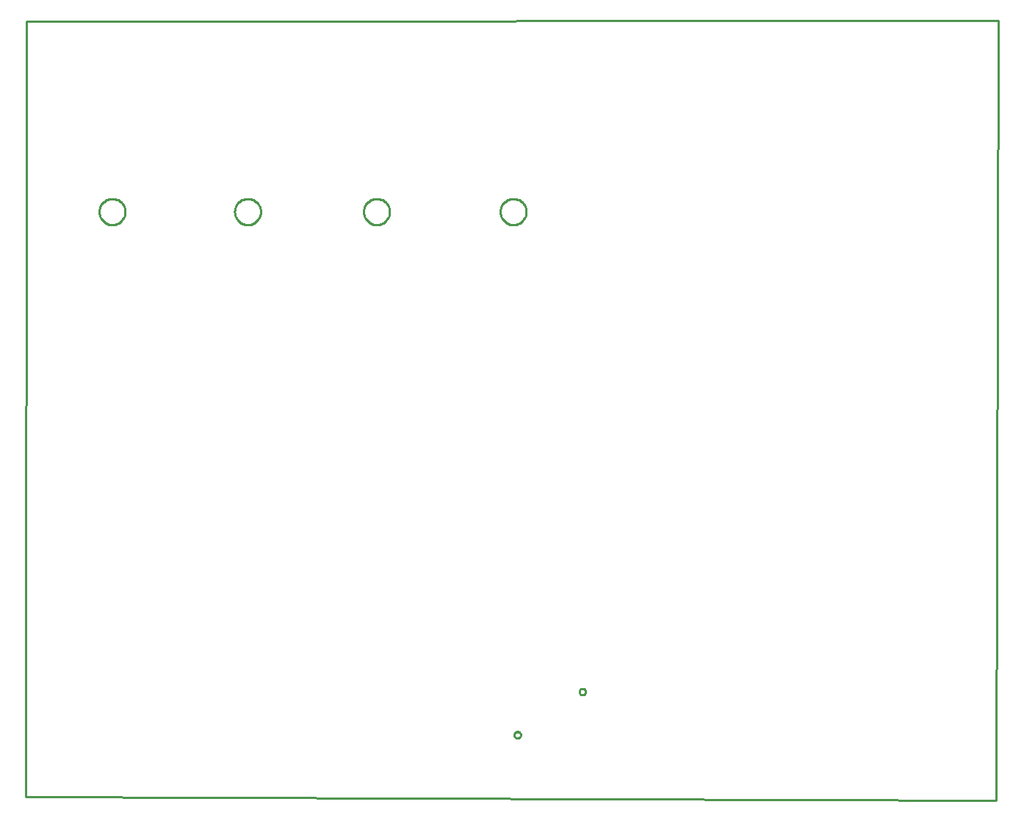
<source format=gbr>
G04 EAGLE Gerber RS-274X export*
G75*
%MOMM*%
%FSLAX34Y34*%
%LPD*%
%IN*%
%IPPOS*%
%AMOC8*
5,1,8,0,0,1.08239X$1,22.5*%
G01*
%ADD10C,0.254000*%


D10*
X1270Y-1270D02*
X1120140Y-5080D01*
X1122680Y894080D01*
X2540Y892810D01*
X1270Y-1270D01*
X562914Y658540D02*
X561846Y658616D01*
X560785Y658769D01*
X559738Y658997D01*
X558710Y659299D01*
X557706Y659673D01*
X556731Y660118D01*
X555791Y660632D01*
X554890Y661211D01*
X554032Y661853D01*
X553222Y662555D01*
X552465Y663312D01*
X551763Y664122D01*
X551121Y664980D01*
X550542Y665881D01*
X550028Y666821D01*
X549583Y667796D01*
X549209Y668800D01*
X548907Y669828D01*
X548679Y670875D01*
X548526Y671936D01*
X548450Y673004D01*
X548450Y674076D01*
X548526Y675144D01*
X548679Y676205D01*
X548907Y677252D01*
X549209Y678280D01*
X549583Y679284D01*
X550028Y680259D01*
X550542Y681199D01*
X551121Y682100D01*
X551763Y682958D01*
X552465Y683768D01*
X553222Y684525D01*
X554032Y685227D01*
X554890Y685869D01*
X555791Y686448D01*
X556731Y686962D01*
X557706Y687407D01*
X558710Y687781D01*
X559738Y688083D01*
X560785Y688311D01*
X561846Y688464D01*
X562914Y688540D01*
X563986Y688540D01*
X565054Y688464D01*
X566115Y688311D01*
X567162Y688083D01*
X568190Y687781D01*
X569194Y687407D01*
X570169Y686962D01*
X571109Y686448D01*
X572010Y685869D01*
X572868Y685227D01*
X573678Y684525D01*
X574435Y683768D01*
X575137Y682958D01*
X575779Y682100D01*
X576358Y681199D01*
X576872Y680259D01*
X577317Y679284D01*
X577691Y678280D01*
X577993Y677252D01*
X578221Y676205D01*
X578374Y675144D01*
X578450Y674076D01*
X578450Y673004D01*
X578374Y671936D01*
X578221Y670875D01*
X577993Y669828D01*
X577691Y668800D01*
X577317Y667796D01*
X576872Y666821D01*
X576358Y665881D01*
X575779Y664980D01*
X575137Y664122D01*
X574435Y663312D01*
X573678Y662555D01*
X572868Y661853D01*
X572010Y661211D01*
X571109Y660632D01*
X570169Y660118D01*
X569194Y659673D01*
X568190Y659299D01*
X567162Y658997D01*
X566115Y658769D01*
X565054Y658616D01*
X563986Y658540D01*
X562914Y658540D01*
X100634Y658540D02*
X99566Y658616D01*
X98505Y658769D01*
X97458Y658997D01*
X96430Y659299D01*
X95426Y659673D01*
X94451Y660118D01*
X93511Y660632D01*
X92610Y661211D01*
X91752Y661853D01*
X90942Y662555D01*
X90185Y663312D01*
X89483Y664122D01*
X88841Y664980D01*
X88262Y665881D01*
X87748Y666821D01*
X87303Y667796D01*
X86929Y668800D01*
X86627Y669828D01*
X86399Y670875D01*
X86246Y671936D01*
X86170Y673004D01*
X86170Y674076D01*
X86246Y675144D01*
X86399Y676205D01*
X86627Y677252D01*
X86929Y678280D01*
X87303Y679284D01*
X87748Y680259D01*
X88262Y681199D01*
X88841Y682100D01*
X89483Y682958D01*
X90185Y683768D01*
X90942Y684525D01*
X91752Y685227D01*
X92610Y685869D01*
X93511Y686448D01*
X94451Y686962D01*
X95426Y687407D01*
X96430Y687781D01*
X97458Y688083D01*
X98505Y688311D01*
X99566Y688464D01*
X100634Y688540D01*
X101706Y688540D01*
X102774Y688464D01*
X103835Y688311D01*
X104882Y688083D01*
X105910Y687781D01*
X106914Y687407D01*
X107889Y686962D01*
X108829Y686448D01*
X109730Y685869D01*
X110588Y685227D01*
X111398Y684525D01*
X112155Y683768D01*
X112857Y682958D01*
X113499Y682100D01*
X114078Y681199D01*
X114592Y680259D01*
X115037Y679284D01*
X115411Y678280D01*
X115713Y677252D01*
X115941Y676205D01*
X116094Y675144D01*
X116170Y674076D01*
X116170Y673004D01*
X116094Y671936D01*
X115941Y670875D01*
X115713Y669828D01*
X115411Y668800D01*
X115037Y667796D01*
X114592Y666821D01*
X114078Y665881D01*
X113499Y664980D01*
X112857Y664122D01*
X112155Y663312D01*
X111398Y662555D01*
X110588Y661853D01*
X109730Y661211D01*
X108829Y660632D01*
X107889Y660118D01*
X106914Y659673D01*
X105910Y659299D01*
X104882Y658997D01*
X103835Y658769D01*
X102774Y658616D01*
X101706Y658540D01*
X100634Y658540D01*
X405434Y658540D02*
X404366Y658616D01*
X403305Y658769D01*
X402258Y658997D01*
X401230Y659299D01*
X400226Y659673D01*
X399251Y660118D01*
X398311Y660632D01*
X397410Y661211D01*
X396552Y661853D01*
X395742Y662555D01*
X394985Y663312D01*
X394283Y664122D01*
X393641Y664980D01*
X393062Y665881D01*
X392548Y666821D01*
X392103Y667796D01*
X391729Y668800D01*
X391427Y669828D01*
X391199Y670875D01*
X391046Y671936D01*
X390970Y673004D01*
X390970Y674076D01*
X391046Y675144D01*
X391199Y676205D01*
X391427Y677252D01*
X391729Y678280D01*
X392103Y679284D01*
X392548Y680259D01*
X393062Y681199D01*
X393641Y682100D01*
X394283Y682958D01*
X394985Y683768D01*
X395742Y684525D01*
X396552Y685227D01*
X397410Y685869D01*
X398311Y686448D01*
X399251Y686962D01*
X400226Y687407D01*
X401230Y687781D01*
X402258Y688083D01*
X403305Y688311D01*
X404366Y688464D01*
X405434Y688540D01*
X406506Y688540D01*
X407574Y688464D01*
X408635Y688311D01*
X409682Y688083D01*
X410710Y687781D01*
X411714Y687407D01*
X412689Y686962D01*
X413629Y686448D01*
X414530Y685869D01*
X415388Y685227D01*
X416198Y684525D01*
X416955Y683768D01*
X417657Y682958D01*
X418299Y682100D01*
X418878Y681199D01*
X419392Y680259D01*
X419837Y679284D01*
X420211Y678280D01*
X420513Y677252D01*
X420741Y676205D01*
X420894Y675144D01*
X420970Y674076D01*
X420970Y673004D01*
X420894Y671936D01*
X420741Y670875D01*
X420513Y669828D01*
X420211Y668800D01*
X419837Y667796D01*
X419392Y666821D01*
X418878Y665881D01*
X418299Y664980D01*
X417657Y664122D01*
X416955Y663312D01*
X416198Y662555D01*
X415388Y661853D01*
X414530Y661211D01*
X413629Y660632D01*
X412689Y660118D01*
X411714Y659673D01*
X410710Y659299D01*
X409682Y658997D01*
X408635Y658769D01*
X407574Y658616D01*
X406506Y658540D01*
X405434Y658540D01*
X256844Y658540D02*
X255776Y658616D01*
X254715Y658769D01*
X253668Y658997D01*
X252640Y659299D01*
X251636Y659673D01*
X250661Y660118D01*
X249721Y660632D01*
X248820Y661211D01*
X247962Y661853D01*
X247152Y662555D01*
X246395Y663312D01*
X245693Y664122D01*
X245051Y664980D01*
X244472Y665881D01*
X243958Y666821D01*
X243513Y667796D01*
X243139Y668800D01*
X242837Y669828D01*
X242609Y670875D01*
X242456Y671936D01*
X242380Y673004D01*
X242380Y674076D01*
X242456Y675144D01*
X242609Y676205D01*
X242837Y677252D01*
X243139Y678280D01*
X243513Y679284D01*
X243958Y680259D01*
X244472Y681199D01*
X245051Y682100D01*
X245693Y682958D01*
X246395Y683768D01*
X247152Y684525D01*
X247962Y685227D01*
X248820Y685869D01*
X249721Y686448D01*
X250661Y686962D01*
X251636Y687407D01*
X252640Y687781D01*
X253668Y688083D01*
X254715Y688311D01*
X255776Y688464D01*
X256844Y688540D01*
X257916Y688540D01*
X258984Y688464D01*
X260045Y688311D01*
X261092Y688083D01*
X262120Y687781D01*
X263124Y687407D01*
X264099Y686962D01*
X265039Y686448D01*
X265940Y685869D01*
X266798Y685227D01*
X267608Y684525D01*
X268365Y683768D01*
X269067Y682958D01*
X269709Y682100D01*
X270288Y681199D01*
X270802Y680259D01*
X271247Y679284D01*
X271621Y678280D01*
X271923Y677252D01*
X272151Y676205D01*
X272304Y675144D01*
X272380Y674076D01*
X272380Y673004D01*
X272304Y671936D01*
X272151Y670875D01*
X271923Y669828D01*
X271621Y668800D01*
X271247Y667796D01*
X270802Y666821D01*
X270288Y665881D01*
X269709Y664980D01*
X269067Y664122D01*
X268365Y663312D01*
X267608Y662555D01*
X266798Y661853D01*
X265940Y661211D01*
X265039Y660632D01*
X264099Y660118D01*
X263124Y659673D01*
X262120Y659299D01*
X261092Y658997D01*
X260045Y658769D01*
X258984Y658616D01*
X257916Y658540D01*
X256844Y658540D01*
X572075Y70112D02*
X572011Y69625D01*
X571884Y69150D01*
X571696Y68696D01*
X571450Y68270D01*
X571150Y67880D01*
X570803Y67533D01*
X570413Y67233D01*
X569987Y66988D01*
X569533Y66799D01*
X569058Y66672D01*
X568571Y66608D01*
X568079Y66608D01*
X567592Y66672D01*
X567117Y66799D01*
X566663Y66988D01*
X566237Y67233D01*
X565847Y67533D01*
X565500Y67880D01*
X565200Y68270D01*
X564955Y68696D01*
X564766Y69150D01*
X564639Y69625D01*
X564575Y70112D01*
X564575Y70604D01*
X564639Y71091D01*
X564766Y71566D01*
X564955Y72020D01*
X565200Y72446D01*
X565500Y72836D01*
X565847Y73183D01*
X566237Y73483D01*
X566663Y73729D01*
X567117Y73917D01*
X567592Y74044D01*
X568079Y74108D01*
X568571Y74108D01*
X569058Y74044D01*
X569533Y73917D01*
X569987Y73729D01*
X570413Y73483D01*
X570803Y73183D01*
X571150Y72836D01*
X571450Y72446D01*
X571696Y72020D01*
X571884Y71566D01*
X572011Y71091D01*
X572075Y70604D01*
X572075Y70112D01*
X647005Y119896D02*
X646941Y119409D01*
X646814Y118934D01*
X646626Y118480D01*
X646380Y118054D01*
X646080Y117664D01*
X645733Y117317D01*
X645343Y117017D01*
X644917Y116772D01*
X644463Y116583D01*
X643988Y116456D01*
X643501Y116392D01*
X643009Y116392D01*
X642522Y116456D01*
X642047Y116583D01*
X641593Y116772D01*
X641167Y117017D01*
X640777Y117317D01*
X640430Y117664D01*
X640130Y118054D01*
X639885Y118480D01*
X639696Y118934D01*
X639569Y119409D01*
X639505Y119896D01*
X639505Y120388D01*
X639569Y120875D01*
X639696Y121350D01*
X639885Y121804D01*
X640130Y122230D01*
X640430Y122620D01*
X640777Y122967D01*
X641167Y123267D01*
X641593Y123513D01*
X642047Y123701D01*
X642522Y123828D01*
X643009Y123892D01*
X643501Y123892D01*
X643988Y123828D01*
X644463Y123701D01*
X644917Y123513D01*
X645343Y123267D01*
X645733Y122967D01*
X646080Y122620D01*
X646380Y122230D01*
X646626Y121804D01*
X646814Y121350D01*
X646941Y120875D01*
X647005Y120388D01*
X647005Y119896D01*
M02*

</source>
